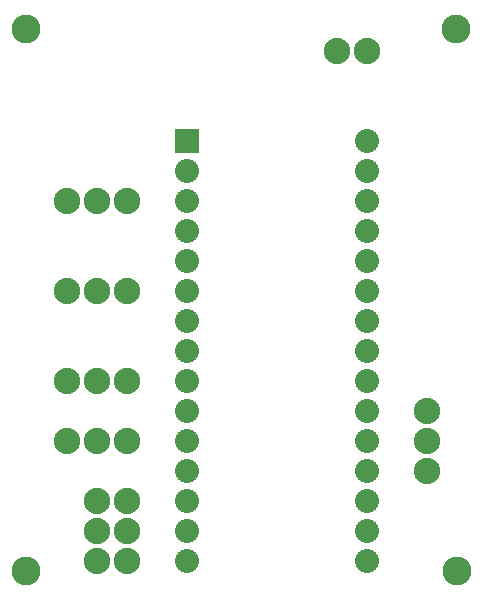
<source format=gbs>
G04 MADE WITH FRITZING*
G04 WWW.FRITZING.ORG*
G04 DOUBLE SIDED*
G04 HOLES PLATED*
G04 CONTOUR ON CENTER OF CONTOUR VECTOR*
%ASAXBY*%
%FSLAX23Y23*%
%MOIN*%
%OFA0B0*%
%SFA1.0B1.0*%
%ADD10C,0.080000*%
%ADD11C,0.088000*%
%ADD12C,0.096614*%
%ADD13R,0.079972X0.080000*%
%LNMASK0*%
G90*
G70*
G54D10*
X607Y1519D03*
X607Y1419D03*
X607Y1319D03*
X607Y1219D03*
X607Y1119D03*
X607Y1019D03*
X607Y919D03*
X607Y819D03*
X607Y719D03*
X607Y619D03*
X607Y519D03*
X607Y419D03*
X607Y319D03*
X607Y219D03*
X607Y119D03*
X1207Y1519D03*
X1207Y1419D03*
X1207Y1319D03*
X1207Y1219D03*
X1207Y1119D03*
X1207Y1019D03*
X1207Y919D03*
X1207Y819D03*
X1207Y719D03*
X1207Y619D03*
X1207Y519D03*
X1207Y419D03*
X1207Y319D03*
X1207Y219D03*
X1207Y119D03*
G54D11*
X1407Y619D03*
X1407Y519D03*
X1407Y419D03*
X407Y519D03*
X307Y519D03*
X207Y519D03*
X407Y719D03*
X307Y719D03*
X207Y719D03*
X407Y1019D03*
X307Y1019D03*
X207Y1019D03*
X407Y1319D03*
X307Y1319D03*
X207Y1319D03*
X407Y319D03*
X307Y319D03*
X407Y219D03*
X307Y219D03*
X407Y119D03*
X307Y119D03*
X1207Y1819D03*
X1107Y1819D03*
G54D12*
X1505Y1893D03*
X71Y1893D03*
X71Y84D03*
X1507Y84D03*
G54D13*
X607Y1519D03*
G04 End of Mask0*
M02*
</source>
